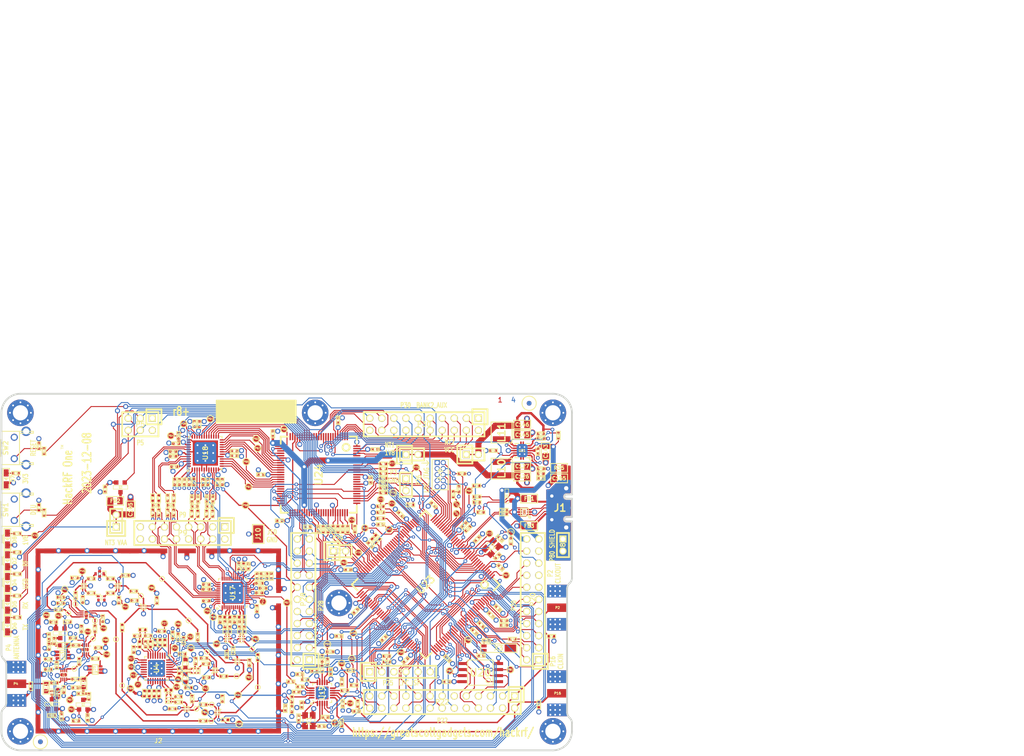
<source format=kicad_pcb>
(kicad_pcb (version 20211014) (generator pcbnew)

  (general
    (thickness 1.6116)
  )

  (paper "USLegal")
  (title_block
    (title "${TITLE}")
    (date "${DATE}")
    (rev "${VERSION}")
    (company "${COPYRIGHT}")
    (comment 1 "${LICENSE}")
  )

  (layers
    (0 "F.Cu" signal "C1F")
    (1 "In1.Cu" signal "C2")
    (2 "In2.Cu" signal "C3")
    (31 "B.Cu" signal "C4B")
    (32 "B.Adhes" user "B.Adhesive")
    (33 "F.Adhes" user "F.Adhesive")
    (34 "B.Paste" user)
    (35 "F.Paste" user)
    (36 "B.SilkS" user "B.Silkscreen")
    (37 "F.SilkS" user "F.Silkscreen")
    (38 "B.Mask" user)
    (39 "F.Mask" user)
    (41 "Cmts.User" user "User.Comments")
    (44 "Edge.Cuts" user)
    (45 "Margin" user)
    (46 "B.CrtYd" user "B.Courtyard")
    (47 "F.CrtYd" user "F.Courtyard")
    (49 "F.Fab" user)
  )

  (setup
    (stackup
      (layer "F.SilkS" (type "Top Silk Screen") (color "White"))
      (layer "F.Paste" (type "Top Solder Paste"))
      (layer "F.Mask" (type "Top Solder Mask") (color "Green") (thickness 0.0127) (material "LPI") (epsilon_r 3.8) (loss_tangent 0))
      (layer "F.Cu" (type "copper") (thickness 0.035))
      (layer "dielectric 1" (type "prepreg") (thickness 0.2104) (material "7628") (epsilon_r 4.6) (loss_tangent 0))
      (layer "In1.Cu" (type "copper") (thickness 0.0152))
      (layer "dielectric 2" (type "core") (thickness 1.065) (material "7628") (epsilon_r 4.6) (loss_tangent 0))
      (layer "In2.Cu" (type "copper") (thickness 0.0152))
      (layer "dielectric 3" (type "prepreg") (thickness 0.2104) (material "7628") (epsilon_r 4.6) (loss_tangent 0))
      (layer "B.Cu" (type "copper") (thickness 0.035))
      (layer "B.Mask" (type "Bottom Solder Mask") (color "Green") (thickness 0.0127) (material "LPI") (epsilon_r 3.8) (loss_tangent 0))
      (layer "B.Paste" (type "Bottom Solder Paste"))
      (layer "B.SilkS" (type "Bottom Silk Screen") (color "White"))
      (copper_finish "ENIG")
      (dielectric_constraints yes)
    )
    (pad_to_mask_clearance 0.05)
    (pad_to_paste_clearance_ratio -0.12)
    (pcbplotparams
      (layerselection 0x00010e8_ffffffff)
      (disableapertmacros false)
      (usegerberextensions true)
      (usegerberattributes false)
      (usegerberadvancedattributes true)
      (creategerberjobfile false)
      (svguseinch false)
      (svgprecision 6)
      (excludeedgelayer true)
      (plotframeref false)
      (viasonmask false)
      (mode 1)
      (useauxorigin false)
      (hpglpennumber 1)
      (hpglpenspeed 20)
      (hpglpendiameter 15.000000)
      (dxfpolygonmode true)
      (dxfimperialunits true)
      (dxfusepcbnewfont true)
      (psnegative false)
      (psa4output false)
      (plotreference false)
      (plotvalue false)
      (plotinvisibletext false)
      (sketchpadsonfab false)
      (subtractmaskfromsilk false)
      (outputformat 1)
      (mirror false)
      (drillshape 0)
      (scaleselection 1)
      (outputdirectory "gerbers")
    )
  )

  (property "COPYRIGHT" "Copyright 2012-2023 Great Scott Gadgets")
  (property "DATE" "2023-12-08")
  (property "LICENSE" "Licensed under the CERN-OHL-P v2")
  (property "TITLE" "HackRF One")
  (property "VERSION" "8+")

  (net 0 "")
  (net 1 "!MIX_BYPASS")
  (net 2 "!RX_AMP_PWR")
  (net 3 "!TX_AMP_PWR")
  (net 4 "!VAA_ENABLE")
  (net 5 "/baseband/CLK0")
  (net 6 "/baseband/CLK1")
  (net 7 "/baseband/CLK2")
  (net 8 "/baseband/CLK3")
  (net 9 "/baseband/CLK5")
  (net 10 "/baseband/COM")
  (net 11 "/baseband/CPOUT+")
  (net 12 "/baseband/CPOUT-")
  (net 13 "/baseband/IA+")
  (net 14 "/baseband/IA-")
  (net 15 "/baseband/ID+")
  (net 16 "/baseband/ID-")
  (net 17 "/baseband/INTR")
  (net 18 "/baseband/OEB")
  (net 19 "/baseband/QA+")
  (net 20 "/baseband/QA-")
  (net 21 "/baseband/QD+")
  (net 22 "/baseband/QD-")
  (net 23 "/baseband/REFN")
  (net 24 "/baseband/REFP")
  (net 25 "/baseband/RXBBI+")
  (net 26 "/baseband/RXBBI-")
  (net 27 "/baseband/RXBBQ+")
  (net 28 "/baseband/RXBBQ-")
  (net 29 "/baseband/TXBBI+")
  (net 30 "/baseband/TXBBI-")
  (net 31 "/baseband/TXBBQ+")
  (net 32 "/baseband/TXBBQ-")
  (net 33 "/baseband/XA")
  (net 34 "/baseband/XB")
  (net 35 "/baseband/XCVR_CLKOUT")
  (net 36 "/baseband/XTAL2")
  (net 37 "/frontend/!ANT_BIAS")
  (net 38 "/frontend/REF_IN")
  (net 39 "/frontend/RX_AMP_OUT")
  (net 40 "/frontend/TX_AMP_IN")
  (net 41 "/frontend/TX_AMP_OUT")
  (net 42 "/mcu/usb/power/ADC0_0")
  (net 43 "/mcu/usb/power/ADC0_2")
  (net 44 "/mcu/usb/power/ADC0_5")
  (net 45 "/mcu/usb/power/ADC0_6")
  (net 46 "/mcu/usb/power/B1AUX13")
  (net 47 "/mcu/usb/power/B1AUX14")
  (net 48 "/mcu/usb/power/B2AUX1")
  (net 49 "/mcu/usb/power/B2AUX10")
  (net 50 "/mcu/usb/power/B2AUX11")
  (net 51 "/mcu/usb/power/B2AUX12")
  (net 52 "/mcu/usb/power/B2AUX13")
  (net 53 "/mcu/usb/power/B2AUX14")
  (net 54 "/mcu/usb/power/B2AUX15")
  (net 55 "/mcu/usb/power/B2AUX16")
  (net 56 "/mcu/usb/power/B2AUX2")
  (net 57 "/mcu/usb/power/B2AUX3")
  (net 58 "/mcu/usb/power/B2AUX4")
  (net 59 "/mcu/usb/power/B2AUX5")
  (net 60 "/mcu/usb/power/B2AUX6")
  (net 61 "/mcu/usb/power/B2AUX7")
  (net 62 "/mcu/usb/power/B2AUX8")
  (net 63 "/mcu/usb/power/B2AUX9")
  (net 64 "/mcu/usb/power/BANK2F3M1")
  (net 65 "/mcu/usb/power/BANK2F3M10")
  (net 66 "/mcu/usb/power/BANK2F3M11")
  (net 67 "/mcu/usb/power/BANK2F3M12")
  (net 68 "/mcu/usb/power/BANK2F3M14")
  (net 69 "/mcu/usb/power/BANK2F3M15")
  (net 70 "/mcu/usb/power/BANK2F3M16")
  (net 71 "/mcu/usb/power/BANK2F3M2")
  (net 72 "/mcu/usb/power/BANK2F3M3")
  (net 73 "/mcu/usb/power/BANK2F3M4")
  (net 74 "/mcu/usb/power/BANK2F3M5")
  (net 75 "/mcu/usb/power/BANK2F3M6")
  (net 76 "/mcu/usb/power/BANK2F3M7")
  (net 77 "/mcu/usb/power/BANK2F3M8")
  (net 78 "/mcu/usb/power/BANK2F3M9")
  (net 79 "/mcu/usb/power/CPLD_TCK")
  (net 80 "/mcu/usb/power/CPLD_TDI")
  (net 81 "/mcu/usb/power/CPLD_TDO")
  (net 82 "/mcu/usb/power/CPLD_TMS")
  (net 83 "/mcu/usb/power/DBGEN")
  (net 84 "/mcu/usb/power/DM")
  (net 85 "/mcu/usb/power/DP")
  (net 86 "/mcu/usb/power/EN1V8")
  (net 87 "/mcu/usb/power/GCK0")
  (net 88 "/mcu/usb/power/GPIO3_10")
  (net 89 "/mcu/usb/power/GPIO3_11")
  (net 90 "/mcu/usb/power/GPIO3_12")
  (net 91 "/mcu/usb/power/GPIO3_13")
  (net 92 "/mcu/usb/power/GPIO3_14")
  (net 93 "/mcu/usb/power/GPIO3_15")
  (net 94 "/mcu/usb/power/GPIO3_8")
  (net 95 "/mcu/usb/power/GPIO3_9")
  (net 96 "/mcu/usb/power/GP_CLKIN")
  (net 97 "/mcu/usb/power/I2C1_SCL")
  (net 98 "/mcu/usb/power/I2C1_SDA")
  (net 99 "/mcu/usb/power/I2S0_RX_MCLK")
  (net 100 "/mcu/usb/power/I2S0_RX_SCK")
  (net 101 "/mcu/usb/power/I2S0_RX_SDA")
  (net 102 "/mcu/usb/power/I2S0_RX_WS")
  (net 103 "/mcu/usb/power/I2S0_TX_MCLK")
  (net 104 "/mcu/usb/power/I2S0_TX_SCK")
  (net 105 "/mcu/usb/power/ISP")
  (net 106 "/mcu/usb/power/LED1")
  (net 107 "/mcu/usb/power/LED2")
  (net 108 "/mcu/usb/power/LED3")
  (net 109 "/mcu/usb/power/P1_1")
  (net 110 "/mcu/usb/power/P1_2")
  (net 111 "/mcu/usb/power/P2_13")
  (net 112 "/mcu/usb/power/P2_8")
  (net 113 "/mcu/usb/power/P2_9")
  (net 114 "/mcu/usb/power/REG_OUT1")
  (net 115 "/mcu/usb/power/REG_OUT2")
  (net 116 "/mcu/usb/power/RESET")
  (net 117 "/mcu/usb/power/RREF")
  (net 118 "/mcu/usb/power/RTCX1")
  (net 119 "/mcu/usb/power/RTCX2")
  (net 120 "/mcu/usb/power/RTC_ALARM")
  (net 121 "/mcu/usb/power/SD_CD")
  (net 122 "/mcu/usb/power/SD_CLK")
  (net 123 "/mcu/usb/power/SD_CMD")
  (net 124 "/mcu/usb/power/SD_DAT0")
  (net 125 "/mcu/usb/power/SD_DAT1")
  (net 126 "/mcu/usb/power/SD_DAT2")
  (net 127 "/mcu/usb/power/SD_DAT3")
  (net 128 "/mcu/usb/power/SD_POW")
  (net 129 "/mcu/usb/power/SD_VOLT0")
  (net 130 "/mcu/usb/power/SGPIO0")
  (net 131 "/mcu/usb/power/SGPIO1")
  (net 132 "/mcu/usb/power/SGPIO10")
  (net 133 "/mcu/usb/power/SGPIO11")
  (net 134 "/mcu/usb/power/SGPIO12")
  (net 135 "/mcu/usb/power/SGPIO13")
  (net 136 "/mcu/usb/power/SGPIO14")
  (net 137 "/mcu/usb/power/SGPIO15")
  (net 138 "/mcu/usb/power/SGPIO2")
  (net 139 "/mcu/usb/power/SGPIO3")
  (net 140 "/mcu/usb/power/SGPIO4")
  (net 141 "/mcu/usb/power/SGPIO5")
  (net 142 "/mcu/usb/power/SGPIO6")
  (net 143 "/mcu/usb/power/SGPIO7")
  (net 144 "/mcu/usb/power/SGPIO9")
  (net 145 "/mcu/usb/power/SPIFI_CS")
  (net 146 "/mcu/usb/power/SPIFI_CIPO")
  (net 147 "/mcu/usb/power/SPIFI_COPI")
  (net 148 "/mcu/usb/power/SPIFI_SCK")
  (net 149 "/mcu/usb/power/SPIFI_SIO2")
  (net 150 "/mcu/usb/power/SPIFI_SIO3")
  (net 151 "/mcu/usb/power/TCK")
  (net 152 "/mcu/usb/power/TDI")
  (net 153 "/mcu/usb/power/TDO")
  (net 154 "/mcu/usb/power/TMS")
  (net 155 "/mcu/usb/power/U0_RXD")
  (net 156 "/mcu/usb/power/U0_TXD")
  (net 157 "/mcu/usb/power/USB_SHIELD")
  (net 158 "/mcu/usb/power/VBAT")
  (net 159 "/mcu/usb/power/VBUS")
  (net 160 "/mcu/usb/power/VBUSCTRL")
  (net 161 "/mcu/usb/power/VIN")
  (net 162 "/mcu/usb/power/VREGMODE")
  (net 163 "/mcu/usb/power/WAKEUP")
  (net 164 "/mcu/usb/power/XTAL1")
  (net 165 "/mcu/usb/power/XTAL2")
  (net 166 "AMP_BYPASS")
  (net 167 "CLK6")
  (net 168 "CLKIN")
  (net 169 "CLKOUT")
  (net 170 "CS_AD")
  (net 171 "CS_XCVR")
  (net 172 "DA0")
  (net 173 "DA1")
  (net 174 "DA2")
  (net 175 "DA3")
  (net 176 "DA4")
  (net 177 "DA5")
  (net 178 "DA6")
  (net 179 "DA7")
  (net 180 "DD0")
  (net 181 "DD1")
  (net 182 "DD2")
  (net 183 "DD3")
  (net 184 "DD4")
  (net 185 "DD5")
  (net 186 "DD6")
  (net 187 "DD7")
  (net 188 "DD8")
  (net 189 "DD9")
  (net 190 "GCK1")
  (net 191 "GCK2")
  (net 192 "GND")
  (net 193 "HP")
  (net 194 "LP")
  (net 195 "MCU_CLK")
  (net 196 "MIXER_ENX")
  (net 197 "MIXER_RESETX")
  (net 198 "MIXER_SCLK")
  (net 199 "MIXER_SDATA")
  (net 200 "MIX_BYPASS")
  (net 201 "MIX_CLK")
  (net 202 "RSSI")
  (net 203 "RX")
  (net 204 "RXENABLE")
  (net 205 "RX_AMP")
  (net 206 "RX_IF")
  (net 207 "RX_MIX_BP")
  (net 208 "SCL")
  (net 209 "SDA")
  (net 210 "SGPIO_CLK")
  (net 211 "SSP1_CIPO")
  (net 212 "SSP1_COPI")
  (net 213 "SSP1_SCK")
  (net 214 "TXENABLE")
  (net 215 "TX_AMP")
  (net 216 "TX_IF")
  (net 217 "TX_MIX_BP")
  (net 218 "VAA")
  (net 219 "VCC")
  (net 220 "XCVR_EN")
  (net 221 "Net-(C8-Pad2)")
  (net 222 "Net-(C9-Pad2)")
  (net 223 "Net-(C9-Pad1)")
  (net 224 "Net-(C12-Pad1)")
  (net 225 "Net-(C13-Pad1)")
  (net 226 "Net-(C14-Pad2)")
  (net 227 "Net-(C14-Pad1)")
  (net 228 "Net-(C15-Pad2)")
  (net 229 "Net-(C17-Pad2)")
  (net 230 "Net-(C17-Pad1)")
  (net 231 "Net-(C18-Pad2)")
  (net 232 "Net-(C18-Pad1)")
  (net 233 "Net-(C20-Pad2)")
  (net 234 "Net-(C20-Pad1)")
  (net 235 "Net-(C21-Pad2)")
  (net 236 "Net-(C21-Pad1)")
  (net 237 "Net-(C23-Pad2)")
  (net 238 "Net-(C23-Pad1)")
  (net 239 "Net-(C25-Pad1)")
  (net 240 "Net-(C26-Pad2)")
  (net 241 "Net-(C26-Pad1)")
  (net 242 "Net-(C27-Pad2)")
  (net 243 "Net-(C27-Pad1)")
  (net 244 "Net-(C28-Pad2)")
  (net 245 "Net-(C28-Pad1)")
  (net 246 "Net-(C31-Pad2)")
  (net 247 "Net-(C31-Pad1)")
  (net 248 "Net-(C32-Pad2)")
  (net 249 "Net-(C32-Pad1)")
  (net 250 "Net-(C43-Pad2)")
  (net 251 "Net-(C43-Pad1)")
  (net 252 "Net-(C44-Pad2)")
  (net 253 "Net-(C44-Pad1)")
  (net 254 "Net-(C46-Pad2)")
  (net 255 "Net-(C46-Pad1)")
  (net 256 "Net-(C48-Pad1)")
  (net 257 "Net-(C49-Pad2)")
  (net 258 "Net-(C50-Pad1)")
  (net 259 "Net-(C51-Pad2)")
  (net 260 "Net-(C51-Pad1)")
  (net 261 "Net-(C163-Pad2)")
  (net 262 "Net-(C58-Pad2)")
  (net 263 "Net-(C59-Pad2)")
  (net 264 "Net-(C61-Pad2)")
  (net 265 "Net-(C61-Pad1)")
  (net 266 "Net-(C62-Pad2)")
  (net 267 "Net-(C64-Pad2)")
  (net 268 "Net-(C64-Pad1)")
  (net 269 "Net-(C99-Pad2)")
  (net 270 "Net-(C99-Pad1)")
  (net 271 "Net-(C102-Pad2)")
  (net 272 "Net-(C102-Pad1)")
  (net 273 "Net-(C104-Pad2)")
  (net 274 "Net-(C104-Pad1)")
  (net 275 "Net-(C105-Pad1)")
  (net 276 "Net-(C106-Pad1)")
  (net 277 "Net-(C111-Pad2)")
  (net 278 "Net-(C111-Pad1)")
  (net 279 "Net-(C114-Pad2)")
  (net 280 "Net-(C114-Pad1)")
  (net 281 "Net-(C125-Pad2)")
  (net 282 "Net-(C160-Pad1)")
  (net 283 "Net-(D2-Pad2)")
  (net 284 "Net-(D4-Pad2)")
  (net 285 "Net-(D5-Pad2)")
  (net 286 "Net-(D6-Pad2)")
  (net 287 "Net-(D7-Pad2)")
  (net 288 "Net-(D8-Pad2)")
  (net 289 "Net-(FB1-Pad1)")
  (net 290 "Net-(FB2-Pad1)")
  (net 291 "Net-(FB3-Pad1)")
  (net 292 "Net-(J1-Pad4)")
  (net 293 "Net-(J1-Pad3)")
  (net 294 "Net-(J1-Pad2)")
  (net 295 "Net-(L1-Pad2)")
  (net 296 "Net-(L1-Pad1)")
  (net 297 "Net-(L2-Pad1)")
  (net 298 "Net-(L3-Pad1)")
  (net 299 "Net-(L10-Pad1)")
  (net 300 "Net-(L11-Pad2)")
  (net 301 "Net-(D10-Pad1)")
  (net 302 "Net-(P6-Pad1)")
  (net 303 "Net-(P7-Pad1)")
  (net 304 "Net-(P17-Pad1)")
  (net 305 "Net-(P19-Pad1)")
  (net 306 "Net-(P24-Pad1)")
  (net 307 "Net-(R4-Pad2)")
  (net 308 "Net-(R30-Pad2)")
  (net 309 "Net-(R19-Pad2)")
  (net 310 "Net-(R51-Pad1)")
  (net 311 "Net-(R52-Pad2)")
  (net 312 "Net-(R55-Pad2)")
  (net 313 "Net-(R62-Pad1)")
  (net 314 "/frontend/RX_AMP_IN")
  (net 315 "+1V8")
  (net 316 "unconnected-(P25-Pad3)")
  (net 317 "unconnected-(P26-Pad7)")
  (net 318 "unconnected-(U4-Pad1)")
  (net 319 "unconnected-(U4-Pad2)")
  (net 320 "unconnected-(U4-Pad3)")
  (net 321 "unconnected-(U4-Pad11)")
  (net 322 "unconnected-(U4-Pad13)")
  (net 323 "unconnected-(U4-Pad14)")
  (net 324 "unconnected-(U4-Pad17)")
  (net 325 "unconnected-(U4-Pad18)")
  (net 326 "unconnected-(U4-Pad20)")
  (net 327 "unconnected-(U4-Pad21)")
  (net 328 "unconnected-(U9-Pad2)")
  (net 329 "unconnected-(U12-Pad2)")
  (net 330 "unconnected-(U14-Pad2)")
  (net 331 "unconnected-(U15-Pad4)")
  (net 332 "unconnected-(U15-Pad6)")
  (net 333 "unconnected-(U17-Pad3)")
  (net 334 "unconnected-(U17-Pad6)")
  (net 335 "unconnected-(U17-Pad8)")
  (net 336 "unconnected-(U17-Pad9)")
  (net 337 "unconnected-(U17-Pad12)")
  (net 338 "unconnected-(U17-Pad14)")
  (net 339 "unconnected-(U17-Pad18)")
  (net 340 "unconnected-(U17-Pad33)")
  (net 341 "unconnected-(U17-Pad34)")
  (net 342 "unconnected-(U17-Pad40)")
  (net 343 "unconnected-(U18-Pad38)")
  (net 344 "unconnected-(U23-Pad85)")
  (net 345 "unconnected-(U23-Pad89)")
  (net 346 "unconnected-(U23-Pad90)")
  (net 347 "unconnected-(U24-Pad14)")
  (net 348 "unconnected-(U24-Pad15)")
  (net 349 "unconnected-(U24-Pad16)")
  (net 350 "unconnected-(U24-Pad20)")
  (net 351 "unconnected-(U24-Pad25)")
  (net 352 "unconnected-(U24-Pad44)")
  (net 353 "unconnected-(U24-Pad46)")
  (net 354 "unconnected-(U24-Pad49)")
  (net 355 "unconnected-(U24-Pad50)")
  (net 356 "unconnected-(U24-Pad52)")
  (net 357 "unconnected-(U24-Pad53)")
  (net 358 "unconnected-(U24-Pad54)")
  (net 359 "unconnected-(U24-Pad58)")
  (net 360 "unconnected-(U24-Pad59)")
  (net 361 "unconnected-(U24-Pad60)")
  (net 362 "unconnected-(U24-Pad63)")
  (net 363 "unconnected-(U24-Pad65)")
  (net 364 "unconnected-(U24-Pad66)")
  (net 365 "unconnected-(U24-Pad68)")
  (net 366 "unconnected-(U24-Pad73)")
  (net 367 "unconnected-(U24-Pad75)")
  (net 368 "unconnected-(U24-Pad80)")
  (net 369 "unconnected-(U24-Pad82)")
  (net 370 "unconnected-(U24-Pad85)")
  (net 371 "unconnected-(U24-Pad86)")
  (net 372 "unconnected-(U24-Pad87)")
  (net 373 "unconnected-(U24-Pad93)")
  (net 374 "unconnected-(U24-Pad95)")
  (net 375 "unconnected-(U24-Pad96)")
  (net 376 "Net-(D10-Pad2)")
  (net 377 "Net-(Q1-Pad3)")
  (net 378 "Net-(Q2-Pad3)")
  (net 379 "/mcu/usb/power/ADC0_3")

  (footprint "gsg-modules:LTST-S220" (layer "F.Cu") (at 61.27 148.838 -90))

  (footprint "gsg-modules:LTST-S220" (layer "F.Cu") (at 61.27 139.694 -90))

  (footprint "gsg-modules:LTST-S220" (layer "F.Cu") (at 61.27 130.55 -90))

  (footprint "gsg-modules:LTST-S220" (layer "F.Cu") (at 61.27 144.266 -90))

  (footprint "gsg-modules:LTST-S220" (layer "F.Cu") (at 61.27 135.122 -90))

  (footprint "GSG-TESTPOINT-30MIL-MASKONLY" (layer "F.Cu") (at 89.31402 142.49908))

  (footprint "GSG-TESTPOINT-30MIL-MASKONLY" (layer "F.Cu") (at 84.1046 151.6574))

  (footprint "GSG-TESTPOINT-30MIL-MASKONLY" (layer "F.Cu") (at 75.57516 144.21358))

  (footprint "GSG-TESTPOINT-30MIL-MASKONLY" (layer "F.Cu") (at 74.0537 146.1516))

  (footprint "GSG-TESTPOINT-30MIL-MASKONLY" (layer "F.Cu") (at 93.782 138.932))

  (footprint "GSG-TESTPOINT-30MIL-MASKONLY" (layer "F.Cu") (at 85.4 161.3602))

  (footprint "GSG-TESTPOINT-30MIL-MASKONLY" (layer "F.Cu") (at 75.33894 157.8483))

  (footprint "GSG-TESTPOINT-30MIL-MASKONLY" (layer "F.Cu") (at 79.28 151.506))

  (footprint "GSG-TESTPOINT-30MIL-MASKONLY" (layer "F.Cu") (at 113.919 161.74974))

  (footprint "GSG-TESTPOINT-30MIL-MASKONLY" (layer "F.Cu") (at 104.11206 168.79824))

  (footprint "GSG-TESTPOINT-30MIL-MASKONLY" (layer "F.Cu") (at 104.25176 165.37432))

  (footprint "GSG-TESTPOINT-30MIL-MASKONLY" (layer "F.Cu") (at 101.0158 166.26332))

  (footprint "GSG-TESTPOINT-30MIL-MASKONLY" (layer "F.Cu") (at 79.6671 147.71116))

  (footprint "GSG-TESTPOINT-30MIL-MASKONLY" (layer "F.Cu") (at 109.47654 159.42564))

  (footprint "GSG-TESTPOINT-30MIL-MASKONLY" (layer "F.Cu") (at 99.36226 147.6883))

  (footprint "GSG-TESTPOINT-30MIL-MASKONLY" (layer "F.Cu") (at 103.23068 154.2796))

  (footprint "GSG-TESTPOINT-30MIL-MASKONLY" (layer "F.Cu") (at 112.71504 153.71064))

  (footprint "gsg-modules:LTST-S220" (layer "F.Cu") (at 61 117.9 -90))

  (footprint "GSG-MARK1MM" (layer "F.Cu") (at 171 102))

  (footprint "hackrf:GSG-0402" (layer "F.Cu") (at 91.0964 163.0468 -90))

  (footprint "hackrf:GSG-0402" (layer "F.Cu") (at 90.0804 163.0468 -90))

  (footprint "hackrf:GSG-0402" (layer "F.Cu") (at 93.1284 163.0468 -90))

  (footprint "hackrf:GSG-0402" (layer "F.Cu") (at 92.1124 163.0468 -90))

  (footprint "hackrf:GSG-0402" (layer "F.Cu") (at 92.341 152.328 90))

  (footprint "hackrf:GSG-0402" (layer "F.Cu") (at 93.357 152.328 90))

  (footprint "hackrf:GSG-0402" (layer "F.Cu") (at 107.084 168.5762 180))

  (footprint "hackrf:GSG-0402" (layer "F.Cu") (at 113.919 155.448 -90))

  (footprint "hackrf:GSG-0402" (layer "F.Cu") (at 85.4 149.1682 90))

  (footprint "hackrf:GSG-0402" (layer "F.Cu") (at 87.9808 143.4816))

  (footprint "hackrf:GSG-0402" (layer "F.Cu") (at 84.7138 143.4622 90))

  (footprint "hackrf:GSG-0402" (layer "F.Cu") (at 87.7944 153.8266 -90))

  (footprint "hackrf:GSG-0402" (layer "F.Cu") (at 88.5564 150.9056 180))

  (footprint "hackrf:GSG-0402" (layer "F.Cu") (at 90.3344 152.6836 90))

  (footprint "hackrf:GSG-0402" (layer "F.Cu") (at 90.8424 150.9056))

  (footprint "hackrf:GSG-0402" (layer "F.Cu") (at 106.4998 164.1566 90))

  (footprint "hackrf:GSG-0402" (layer "F.Cu") (at 82.9358 141.9382))

  (footprint "hackrf:GSG-0402" (layer "F.Cu") (at 78.8718 141.9382))

  (footprint "hackrf:GSG-0402" (layer "F.Cu") (at 77.0938 143.3352 90))

  (footprint "hackrf:GSG-0402" (layer "F.Cu") (at 87.8078 141.5288))

  (footprint "hackrf:GSG-0402" (layer "F.Cu") (at 102.4382 165.3794 180))

  (footprint "hackrf:GSG-0402" (layer "F.Cu") (at 95.9732 166.2726))

  (footprint "hackrf:GSG-0402" (layer "F.Cu") (at 101.2698 151.1808 90))

  (footprint "hackrf:GSG-0402" (layer "F.Cu") (at 92.6798 143.4816 -90))

  (footprint "hackrf:GSG-0402" (layer "F.Cu") (at 97.1924 163.7326))

  (footprint "hackrf:GSG-0402" (layer "F.Cu") (at 78.8718 138.8902 180))

  (footprint "hackrf:GSG-0402" (layer "F.Cu") (at 82.9358 138.8902))

  (footprint "hackrf:GSG-0402" (layer "F.Cu") (at 97.1924 164.8756))

  (footprint "hackrf:GSG-0402" (layer "F.Cu") (at 75.4174 138.7124 180))

  (footprint "hackrf:GSG-0402" (layer "F.Cu") (at 86.1 138.2))

  (footprint "hackrf:GSG-0402" (layer "F.Cu") (at 75.5952 142.4462 90))

  (footprint "hackrf:GSG-0402" (layer "F.Cu") (at 102.4382 168.8084 180))

  (footprint "hackrf:GSG-0402" (layer "F.Cu") (at 100.1134 164.139 90))

  (footprint "hackrf:GSG-0402" (layer "F.Cu") (at 98.31 151.9216 90))

  (footprint "hackrf:GSG-0402" (layer "F.Cu") (at 97.167 151.1596 90))

  (footprint "hackrf:GSG-0402" (layer "F.Cu") (at 96.024 150.7786 90))

  (footprint "hackrf:GSG-0402" (layer "F.Cu") (at 93.738 149.915 180))

  (footprint "hackrf:GSG-0402" (layer "F.Cu") (at 72.4456 142.8272))

  (footprint "hackrf:GSG-0402" (layer "F.Cu") (at 81.3054 147.3454 90))

  (footprint "hackrf:GSG-0402" (layer "F.Cu") (at 72.4456 144.0718))

  (footprint "hackrf:GSG-0402" (layer "F.Cu") (at 99.326 161.8276))

  (footprint "hackrf:GSG-0402" (layer "F.Cu") (at 98.056 154.7156 180))

  (footprint "hackrf:GSG-0402" (layer "F.Cu") (at 72.009 145.415 180))

  (footprint "hackrf:GSG-0402" (layer "F.Cu") (at 79.6798 149.4282 90))

  (footprint "hackrf:GSG-0402" (layer "F.Cu") (at 102.5906 155.6512))

  (footprint "hackrf:GSG-0402" (layer "F.Cu") (at 103.0478 156.7942 180))

  (footprint "hackrf:GSG-0402" (layer "F.Cu") (at 112.1664 156.5656 90))

  (footprint "hackrf:GSG-0402" (layer "F.Cu") (at 108.7374 154.0002 90))

  (footprint "hackrf:GSG-0402" (layer "F.Cu") (at 100.85 156.2396 -90))

  (footprint "hackrf:GSG-0402" (layer "F.Cu") (at 75.678 152.92))

  (footprint "hackrf:GSG-0402" (layer "F.Cu") (at 106.7414 159.434 180))

  (footprint "hackrf:GSG-0402" (layer "F.Cu") (at 70 153.2 -90))

  (footprint "hackrf:GSG-0402" (layer "F.Cu") (at 70.9474 147.9998 180))

  (footprint "hackrf:GSG-0402" (layer "F.Cu") (at 103.124 159.6644 180))

  (footprint "hackrf:GSG-0402" (layer "F.Cu") (at 80.377 153.428))

  (footprint "hackrf:GSG-0402" (layer "F.Cu") (at 107.3912 154.8638 90))

  (footprint "hackrf:GSG-0402" (layer "F.Cu") (at 76.835 149.4282 90))

  (footprint "hackrf:GSG-0402" (layer "F.Cu") (at 71.614 157.111 90))

  (footprint "hackrf:GSG-0402" (layer "F.Cu") (at 79.742 155.714))

  (footprint "hackrf:GSG-0402" (layer "F.Cu") (at 75.043 151.396))

  (footprint "hackrf:GSG-0402" (layer "F.Cu") (at 76.3638 156.3236 90))

  (footprint "hackrf:GSG-0402" (layer "F.Cu") (at 75.551 160.032))

  (footprint "hackrf:GSG-0402" (layer "F.Cu") (at 73.0872 162.2418 -90))

  (footprint "hackrf:GSG-0402" (layer "F.Cu") (at 71.13 160.81 180))

  (footprint "hackrf:GSG-0402" (layer "F.Cu") (at 69.836 158))

  (footprint "hackrf:GSG-0402" (layer "F.Cu") (at 69.836 155.841))

  (footprint "hackrf:GSG-0402" (layer "F.Cu") (at 121.0802 164.2964 -90))

  (footprint "hackrf:GSG-0402" (layer "F.Cu") (at 127.4624 155.7214 90))

  (footprint "hackrf:GSG-0402" (layer "F.Cu") (at 129.088 154.2736))

  (footprint "hackrf:GSG-0402" (layer "F.Cu") (at 121.0802 166.3284 -90))

  (footprint "hackrf:GSG-0402" (layer "F.Cu") (at 100.4824 118.5578 -90))

  (footprint "hackrf:GSG-0402" (layer "F.Cu") (at 99.4664 118.5578 -90))

  (footprint "hackrf:GSG-0402" (layer "F.Cu") (at 103.4034 118.5578 -90))

  (footprint "hackrf:GSG-0402" (layer "F.Cu") (at 102.3874 118.5578 -90))

  (footprint "hackrf:GSG-0402" (layer "F.Cu") (at 105.4354 118.5578 -90))

  (footprint "hackrf:GSG-0402" (layer "F.Cu") (at 106.4514 118.5578 -90))

  (footprint "hackrf:GSG-0402" (layer "F.Cu") (at 101.6254 106.3658 90))

  (footprint "hackrf:GSG-0402" (layer "F.Cu") (at 100.6094 106.3658 90))

  (footprint "hackrf:GSG-0402" (layer "F.Cu")
    (tedit 4FB6CFE4) (tstamp 00000000-0000-0000-0000-00005787e271)
    (at 96.7359 110.4933 180)
    (property "Description" "CAP CER 0.1UF 25V X5R 0402")
    (property "Manufacturer" "Samsung")
    (property "Part Number" "CL05A104KA5NNNC")
    (property "Sheetfile" "baseband.kicad_sch")
    (property "Sheetname" "baseband")
    (property "Substitution" "Murata GRM155R61A104KA01D")
    (path "/00000000-0000-0000-0000-000050370666/00000000-0000-0000-0000-0000503c49f8")
    (solder_mask_margin 0.1016)
    (attr through_hole)
    (fp_text reference "C79" (at 0 0.0508 180) (layer "F.SilkS")
      (effects (font (size 0.4064 0.4064) (thickness 0.1016)))
      (tstamp 0dd62723-ff86-4b49-a465-2fc2135e9e74)
    )
    (fp_text value "100nF" (at 0 0.0508 180) (layer "F.SilkS") hide
      (effects (font (size 0.4064 0.4064) (thickness 0.1016)))
      (tstamp 8b436394-cfe5-4281-8a44-d8250485bc73)
    )
    (fp_line (start 0.889 -0.381) (end 0.889 0.381) (layer "F.SilkS") (width 0.2032) (tstamp 276c4314-4e47-4380-a23e-7ce338b09b13))
    (fp_line (start -0.8
... [4433387 chars truncated]
</source>
